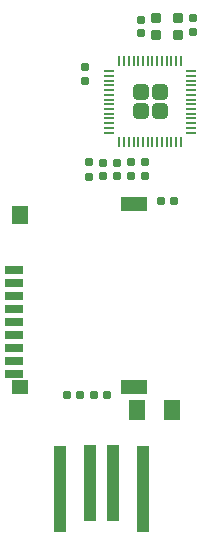
<source format=gtp>
G04 #@! TF.GenerationSoftware,KiCad,Pcbnew,7.0.1-3b83917a11~172~ubuntu22.04.1*
G04 #@! TF.CreationDate,2023-04-10T17:36:39+00:00*
G04 #@! TF.ProjectId,ducklace,6475636b-6c61-4636-952e-6b696361645f,rev?*
G04 #@! TF.SameCoordinates,Original*
G04 #@! TF.FileFunction,Paste,Top*
G04 #@! TF.FilePolarity,Positive*
%FSLAX46Y46*%
G04 Gerber Fmt 4.6, Leading zero omitted, Abs format (unit mm)*
G04 Created by KiCad (PCBNEW 7.0.1-3b83917a11~172~ubuntu22.04.1) date 2023-04-10 17:36:39*
%MOMM*%
%LPD*%
G01*
G04 APERTURE LIST*
G04 Aperture macros list*
%AMRoundRect*
0 Rectangle with rounded corners*
0 $1 Rounding radius*
0 $2 $3 $4 $5 $6 $7 $8 $9 X,Y pos of 4 corners*
0 Add a 4 corners polygon primitive as box body*
4,1,4,$2,$3,$4,$5,$6,$7,$8,$9,$2,$3,0*
0 Add four circle primitives for the rounded corners*
1,1,$1+$1,$2,$3*
1,1,$1+$1,$4,$5*
1,1,$1+$1,$6,$7*
1,1,$1+$1,$8,$9*
0 Add four rect primitives between the rounded corners*
20,1,$1+$1,$2,$3,$4,$5,0*
20,1,$1+$1,$4,$5,$6,$7,0*
20,1,$1+$1,$6,$7,$8,$9,0*
20,1,$1+$1,$8,$9,$2,$3,0*%
G04 Aperture macros list end*
%ADD10R,1.600000X0.700000*%
%ADD11R,1.400000X1.200000*%
%ADD12R,2.200000X1.200000*%
%ADD13R,1.400000X1.600000*%
%ADD14RoundRect,0.160000X-0.160000X0.197500X-0.160000X-0.197500X0.160000X-0.197500X0.160000X0.197500X0*%
%ADD15RoundRect,0.249999X0.395001X0.395001X-0.395001X0.395001X-0.395001X-0.395001X0.395001X-0.395001X0*%
%ADD16RoundRect,0.050000X0.387500X0.050000X-0.387500X0.050000X-0.387500X-0.050000X0.387500X-0.050000X0*%
%ADD17RoundRect,0.050000X0.050000X0.387500X-0.050000X0.387500X-0.050000X-0.387500X0.050000X-0.387500X0*%
%ADD18RoundRect,0.155000X-0.155000X0.212500X-0.155000X-0.212500X0.155000X-0.212500X0.155000X0.212500X0*%
%ADD19RoundRect,0.155000X0.155000X-0.212500X0.155000X0.212500X-0.155000X0.212500X-0.155000X-0.212500X0*%
%ADD20RoundRect,0.155000X-0.212500X-0.155000X0.212500X-0.155000X0.212500X0.155000X-0.212500X0.155000X0*%
%ADD21RoundRect,0.200000X-0.250000X0.200000X-0.250000X-0.200000X0.250000X-0.200000X0.250000X0.200000X0*%
%ADD22RoundRect,0.155000X0.212500X0.155000X-0.212500X0.155000X-0.212500X-0.155000X0.212500X-0.155000X0*%
%ADD23RoundRect,0.250001X0.462499X0.624999X-0.462499X0.624999X-0.462499X-0.624999X0.462499X-0.624999X0*%
%ADD24RoundRect,0.160000X0.160000X-0.197500X0.160000X0.197500X-0.160000X0.197500X-0.160000X-0.197500X0*%
%ADD25R,1.000000X7.400000*%
%ADD26R,1.000000X6.400000*%
G04 APERTURE END LIST*
D10*
G04 #@! TO.C,J3*
X90500000Y-104780000D03*
X90500000Y-105880000D03*
X90500000Y-106980000D03*
X90500000Y-108080000D03*
X90500000Y-109180000D03*
X90500000Y-110280000D03*
X90500000Y-111380000D03*
X90500000Y-112480000D03*
X90500000Y-113580000D03*
D11*
X91000000Y-114730000D03*
D12*
X100600000Y-114730000D03*
D13*
X91000000Y-100130000D03*
D12*
X100600000Y-99230000D03*
G04 #@! TD*
D14*
G04 #@! TO.C,R3*
X100400000Y-95682500D03*
X100400000Y-96877500D03*
G04 #@! TD*
D15*
G04 #@! TO.C,U1*
X102800000Y-91380000D03*
X102800000Y-89780000D03*
X101200000Y-91380000D03*
X101200000Y-89780000D03*
D16*
X105437500Y-93180000D03*
X105437500Y-92780000D03*
X105437500Y-92380000D03*
X105437500Y-91980000D03*
X105437500Y-91580000D03*
X105437500Y-91180000D03*
X105437500Y-90780000D03*
X105437500Y-90380000D03*
X105437500Y-89980000D03*
X105437500Y-89580000D03*
X105437500Y-89180000D03*
X105437500Y-88780000D03*
X105437500Y-88380000D03*
X105437500Y-87980000D03*
D17*
X104600000Y-87142500D03*
X104200000Y-87142500D03*
X103800000Y-87142500D03*
X103400000Y-87142500D03*
X103000000Y-87142500D03*
X102600000Y-87142500D03*
X102200000Y-87142500D03*
X101800000Y-87142500D03*
X101400000Y-87142500D03*
X101000000Y-87142500D03*
X100600000Y-87142500D03*
X100200000Y-87142500D03*
X99800000Y-87142500D03*
X99400000Y-87142500D03*
D16*
X98562500Y-87980000D03*
X98562500Y-88380000D03*
X98562500Y-88780000D03*
X98562500Y-89180000D03*
X98562500Y-89580000D03*
X98562500Y-89980000D03*
X98562500Y-90380000D03*
X98562500Y-90780000D03*
X98562500Y-91180000D03*
X98562500Y-91580000D03*
X98562500Y-91980000D03*
X98562500Y-92380000D03*
X98562500Y-92780000D03*
X98562500Y-93180000D03*
D17*
X99400000Y-94017500D03*
X99800000Y-94017500D03*
X100200000Y-94017500D03*
X100600000Y-94017500D03*
X101000000Y-94017500D03*
X101400000Y-94017500D03*
X101800000Y-94017500D03*
X102200000Y-94017500D03*
X102600000Y-94017500D03*
X103000000Y-94017500D03*
X103400000Y-94017500D03*
X103800000Y-94017500D03*
X104200000Y-94017500D03*
X104600000Y-94017500D03*
G04 #@! TD*
D18*
G04 #@! TO.C,C3*
X101200000Y-83612500D03*
X101200000Y-84747500D03*
G04 #@! TD*
D19*
G04 #@! TO.C,C6*
X99200000Y-96847500D03*
X99200000Y-95712500D03*
G04 #@! TD*
G04 #@! TO.C,C2*
X105600000Y-84647500D03*
X105600000Y-83512500D03*
G04 #@! TD*
D20*
G04 #@! TO.C,C4*
X94932500Y-115380000D03*
X96067500Y-115380000D03*
G04 #@! TD*
D21*
G04 #@! TO.C,Y1*
X104325000Y-83455000D03*
X102475000Y-83455000D03*
X102475000Y-84905000D03*
X104325000Y-84905000D03*
G04 #@! TD*
D22*
G04 #@! TO.C,C1*
X98367500Y-115380000D03*
X97232500Y-115380000D03*
G04 #@! TD*
D23*
G04 #@! TO.C,F1*
X103887500Y-116680000D03*
X100912500Y-116680000D03*
G04 #@! TD*
D22*
G04 #@! TO.C,C5*
X104067500Y-98980000D03*
X102932500Y-98980000D03*
G04 #@! TD*
D14*
G04 #@! TO.C,R1*
X96800000Y-95702500D03*
X96800000Y-96897500D03*
G04 #@! TD*
D24*
G04 #@! TO.C,R5*
X96500000Y-88847500D03*
X96500000Y-87652500D03*
G04 #@! TD*
D25*
G04 #@! TO.C,J1*
X101400000Y-123380000D03*
D26*
X98900000Y-122880000D03*
X96900000Y-122880000D03*
D25*
X94400000Y-123380000D03*
G04 #@! TD*
D24*
G04 #@! TO.C,R2*
X101600000Y-96877500D03*
X101600000Y-95682500D03*
G04 #@! TD*
D18*
G04 #@! TO.C,C7*
X98000000Y-95712500D03*
X98000000Y-96847500D03*
G04 #@! TD*
M02*

</source>
